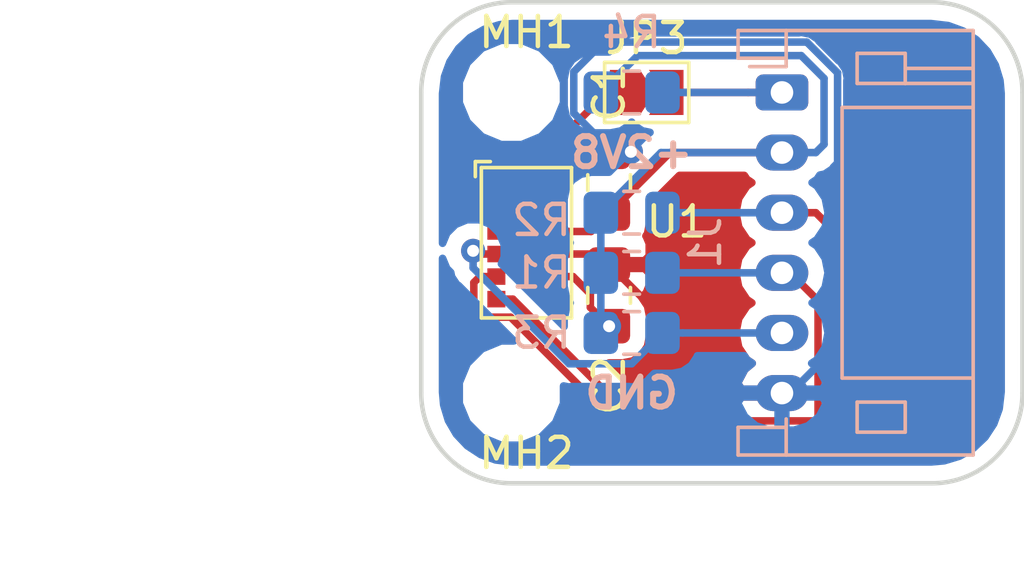
<source format=kicad_pcb>
(kicad_pcb (version 20171130) (host pcbnew 5.0.1)

  (general
    (thickness 1.6)
    (drawings 13)
    (tracks 82)
    (zones 0)
    (modules 11)
    (nets 8)
  )

  (page A4)
  (layers
    (0 F.Cu signal)
    (31 B.Cu signal)
    (32 B.Adhes user)
    (33 F.Adhes user)
    (34 B.Paste user)
    (35 F.Paste user)
    (36 B.SilkS user hide)
    (37 F.SilkS user hide)
    (38 B.Mask user)
    (39 F.Mask user)
    (40 Dwgs.User user)
    (41 Cmts.User user)
    (42 Eco1.User user)
    (43 Eco2.User user)
    (44 Edge.Cuts user)
    (45 Margin user)
    (46 B.CrtYd user)
    (47 F.CrtYd user)
    (48 B.Fab user hide)
    (49 F.Fab user hide)
  )

  (setup
    (last_trace_width 0.25)
    (trace_clearance 0.2)
    (zone_clearance 0.508)
    (zone_45_only no)
    (trace_min 0.2)
    (segment_width 0.2)
    (edge_width 0.15)
    (via_size 0.8)
    (via_drill 0.4)
    (via_min_size 0.4)
    (via_min_drill 0.3)
    (uvia_size 0.3)
    (uvia_drill 0.1)
    (uvias_allowed no)
    (uvia_min_size 0.2)
    (uvia_min_drill 0.1)
    (pcb_text_width 0.3)
    (pcb_text_size 1.5 1.5)
    (mod_edge_width 0.15)
    (mod_text_size 1 1)
    (mod_text_width 0.15)
    (pad_size 1.524 1.524)
    (pad_drill 0.762)
    (pad_to_mask_clearance 0.051)
    (solder_mask_min_width 0.25)
    (aux_axis_origin 0 0)
    (visible_elements FFFFFF7F)
    (pcbplotparams
      (layerselection 0x010fc_ffffffff)
      (usegerberextensions false)
      (usegerberattributes false)
      (usegerberadvancedattributes false)
      (creategerberjobfile false)
      (excludeedgelayer true)
      (linewidth 1.000000)
      (plotframeref false)
      (viasonmask false)
      (mode 1)
      (useauxorigin false)
      (hpglpennumber 1)
      (hpglpenspeed 20)
      (hpglpendiameter 15.000000)
      (psnegative false)
      (psa4output false)
      (plotreference true)
      (plotvalue true)
      (plotinvisibletext false)
      (padsonsilk false)
      (subtractmaskfromsilk false)
      (outputformat 1)
      (mirror false)
      (drillshape 1)
      (scaleselection 1)
      (outputdirectory ""))
  )

  (net 0 "")
  (net 1 +2V8)
  (net 2 GND)
  (net 3 /~XSHUT)
  (net 4 /I2C_SDA)
  (net 5 /I2C_SCL)
  (net 6 /GPIO)
  (net 7 "Net-(JP3-Pad1)")

  (net_class Default "This is the default net class."
    (clearance 0.2)
    (trace_width 0.25)
    (via_dia 0.8)
    (via_drill 0.4)
    (uvia_dia 0.3)
    (uvia_drill 0.1)
    (add_net +2V8)
    (add_net /GPIO)
    (add_net /I2C_SCL)
    (add_net /I2C_SDA)
    (add_net /~XSHUT)
    (add_net GND)
    (add_net "Net-(JP3-Pad1)")
  )

  (module PhoenixRobotik:ST_LGA-12_2.8x4.8x1.0mm_P0.75mm (layer F.Cu) (tedit 5BD5E4D4) (tstamp 5BE278E3)
    (at 103.5 88)
    (descr https://www.st.com/resource/en/datasheet/vl6180x.pdf)
    (tags "lga ambient light sensor ALS proximity vl6180x")
    (path /5BD5E1D7)
    (attr smd)
    (fp_text reference U1 (at 5 -0.7) (layer F.SilkS)
      (effects (font (size 1 1) (thickness 0.15)))
    )
    (fp_text value VL6180X (at 0 -2.9) (layer F.Fab)
      (effects (font (size 0.5 0.5) (thickness 0.07)))
    )
    (fp_line (start 1.4 -2.4) (end 1.4 2.4) (layer F.Fab) (width 0.1))
    (fp_line (start 1.4 2.4) (end -1.4 2.4) (layer F.Fab) (width 0.1))
    (fp_line (start -0.7 -2.4) (end -1.4 -1.7) (layer F.Fab) (width 0.1))
    (fp_line (start -1.4 -1.7) (end -1.4 2.4) (layer F.Fab) (width 0.1))
    (fp_line (start 1.4 -2.4) (end -0.7 -2.4) (layer F.Fab) (width 0.1))
    (fp_text user %R (at 0 0) (layer F.Fab)
      (effects (font (size 0.5 0.5) (thickness 0.075)))
    )
    (fp_line (start -1.5 2.5) (end 1.5 2.5) (layer F.SilkS) (width 0.12))
    (fp_line (start 1.5 2.5) (end 1.5 -2.5) (layer F.SilkS) (width 0.12))
    (fp_line (start 1.5 -2.5) (end -1.5 -2.5) (layer F.SilkS) (width 0.12))
    (fp_line (start -1.5 -2.5) (end -1.5 2.5) (layer F.SilkS) (width 0.12))
    (fp_line (start -1.7 -2.7) (end -1.2 -2.7) (layer F.SilkS) (width 0.12))
    (fp_line (start -1.7 -2.7) (end -1.7 -2.2) (layer F.SilkS) (width 0.12))
    (fp_line (start 0 2.7) (end 1.7 2.7) (layer F.CrtYd) (width 0.05))
    (fp_line (start 1.7 2.7) (end 1.7 -2.7) (layer F.CrtYd) (width 0.05))
    (fp_line (start 1.7 -2.7) (end -1.7 -2.7) (layer F.CrtYd) (width 0.05))
    (fp_line (start -1.7 -2.7) (end -1.7 2.7) (layer F.CrtYd) (width 0.05))
    (fp_line (start -1.7 2.7) (end 0 2.7) (layer F.CrtYd) (width 0.05))
    (pad 1 smd rect (at -1 -1.875 180) (size 0.6 0.55) (layers F.Cu F.Paste F.Mask)
      (net 7 "Net-(JP3-Pad1)"))
    (pad 2 smd rect (at -1 -1.125 180) (size 0.6 0.55) (layers F.Cu F.Paste F.Mask))
    (pad 3 smd rect (at -1 -0.375 180) (size 0.6 0.55) (layers F.Cu F.Paste F.Mask))
    (pad 4 smd rect (at -1 0.375 180) (size 0.6 0.55) (layers F.Cu F.Paste F.Mask)
      (net 3 /~XSHUT))
    (pad 5 smd rect (at -1 1.125 180) (size 0.6 0.55) (layers F.Cu F.Paste F.Mask)
      (net 5 /I2C_SCL))
    (pad 6 smd rect (at -1 1.875 180) (size 0.6 0.55) (layers F.Cu F.Paste F.Mask)
      (net 4 /I2C_SDA))
    (pad 12 smd rect (at 1 -1.875 180) (size 0.6 0.55) (layers F.Cu F.Paste F.Mask)
      (net 2 GND))
    (pad 11 smd rect (at 1 -1.125 180) (size 0.6 0.55) (layers F.Cu F.Paste F.Mask))
    (pad 10 smd rect (at 1 -0.375 180) (size 0.6 0.55) (layers F.Cu F.Paste F.Mask)
      (net 1 +2V8))
    (pad 9 smd rect (at 1 0.375 180) (size 0.6 0.55) (layers F.Cu F.Paste F.Mask)
      (net 2 GND))
    (pad 8 smd rect (at 1 1.125 180) (size 0.6 0.55) (layers F.Cu F.Paste F.Mask)
      (net 1 +2V8))
    (pad 7 smd rect (at 1 1.875 180) (size 0.6 0.55) (layers F.Cu F.Paste F.Mask))
    (model ${KISYS3DMOD}/PhoenixRobotik.3dshapes/ST_LGA-12_2.8x4.8x1.0mm_P0.75mm.wrl
      (at (xyz 0 0 0))
      (scale (xyz 1 1 1))
      (rotate (xyz 0 0 0))
    )
  )

  (module Capacitor_SMD:C_0805_2012Metric_Pad1.15x1.40mm_HandSolder (layer F.Cu) (tedit 5BC3A00F) (tstamp 5BCFE0B4)
    (at 106.25 86 90)
    (descr "Capacitor SMD 0805 (2012 Metric), square (rectangular) end terminal, IPC_7351 nominal with elongated pad for handsoldering. (Body size source: https://docs.google.com/spreadsheets/d/1BsfQQcO9C6DZCsRaXUlFlo91Tg2WpOkGARC1WS5S8t0/edit?usp=sharing), generated with kicad-footprint-generator")
    (tags "capacitor handsolder")
    (path /5BC3A4F5)
    (attr smd)
    (fp_text reference C1 (at 3 0 90) (layer F.SilkS)
      (effects (font (size 1 1) (thickness 0.15)))
    )
    (fp_text value 100nF (at 0 1.65 90) (layer F.Fab)
      (effects (font (size 1 1) (thickness 0.15)))
    )
    (fp_line (start -1 0.6) (end -1 -0.6) (layer F.Fab) (width 0.1))
    (fp_line (start -1 -0.6) (end 1 -0.6) (layer F.Fab) (width 0.1))
    (fp_line (start 1 -0.6) (end 1 0.6) (layer F.Fab) (width 0.1))
    (fp_line (start 1 0.6) (end -1 0.6) (layer F.Fab) (width 0.1))
    (fp_line (start -0.261252 -0.71) (end 0.261252 -0.71) (layer F.SilkS) (width 0.12))
    (fp_line (start -0.261252 0.71) (end 0.261252 0.71) (layer F.SilkS) (width 0.12))
    (fp_line (start -1.85 0.95) (end -1.85 -0.95) (layer F.CrtYd) (width 0.05))
    (fp_line (start -1.85 -0.95) (end 1.85 -0.95) (layer F.CrtYd) (width 0.05))
    (fp_line (start 1.85 -0.95) (end 1.85 0.95) (layer F.CrtYd) (width 0.05))
    (fp_line (start 1.85 0.95) (end -1.85 0.95) (layer F.CrtYd) (width 0.05))
    (fp_text user %R (at 0 0 90) (layer F.Fab)
      (effects (font (size 0.5 0.5) (thickness 0.08)))
    )
    (pad 1 smd roundrect (at -1.025 0 90) (size 1.15 1.4) (layers F.Cu F.Paste F.Mask) (roundrect_rratio 0.217391)
      (net 1 +2V8))
    (pad 2 smd roundrect (at 1.025 0 90) (size 1.15 1.4) (layers F.Cu F.Paste F.Mask) (roundrect_rratio 0.217391)
      (net 2 GND))
    (model ${KISYS3DMOD}/Capacitor_SMD.3dshapes/C_0805_2012Metric.wrl
      (at (xyz 0 0 0))
      (scale (xyz 1 1 1))
      (rotate (xyz 0 0 0))
    )
  )

  (module Capacitor_SMD:C_0805_2012Metric_Pad1.15x1.40mm_HandSolder (layer F.Cu) (tedit 5BC3A00D) (tstamp 5BCFE0C5)
    (at 106.25 89.75 270)
    (descr "Capacitor SMD 0805 (2012 Metric), square (rectangular) end terminal, IPC_7351 nominal with elongated pad for handsoldering. (Body size source: https://docs.google.com/spreadsheets/d/1BsfQQcO9C6DZCsRaXUlFlo91Tg2WpOkGARC1WS5S8t0/edit?usp=sharing), generated with kicad-footprint-generator")
    (tags "capacitor handsolder")
    (path /5BC3A64F)
    (attr smd)
    (fp_text reference C2 (at 3 0 270) (layer F.SilkS)
      (effects (font (size 1 1) (thickness 0.15)))
    )
    (fp_text value 4.7µF (at 0 1.65 270) (layer F.Fab)
      (effects (font (size 1 1) (thickness 0.15)))
    )
    (fp_text user %R (at 0 0 270) (layer F.Fab)
      (effects (font (size 0.5 0.5) (thickness 0.08)))
    )
    (fp_line (start 1.85 0.95) (end -1.85 0.95) (layer F.CrtYd) (width 0.05))
    (fp_line (start 1.85 -0.95) (end 1.85 0.95) (layer F.CrtYd) (width 0.05))
    (fp_line (start -1.85 -0.95) (end 1.85 -0.95) (layer F.CrtYd) (width 0.05))
    (fp_line (start -1.85 0.95) (end -1.85 -0.95) (layer F.CrtYd) (width 0.05))
    (fp_line (start -0.261252 0.71) (end 0.261252 0.71) (layer F.SilkS) (width 0.12))
    (fp_line (start -0.261252 -0.71) (end 0.261252 -0.71) (layer F.SilkS) (width 0.12))
    (fp_line (start 1 0.6) (end -1 0.6) (layer F.Fab) (width 0.1))
    (fp_line (start 1 -0.6) (end 1 0.6) (layer F.Fab) (width 0.1))
    (fp_line (start -1 -0.6) (end 1 -0.6) (layer F.Fab) (width 0.1))
    (fp_line (start -1 0.6) (end -1 -0.6) (layer F.Fab) (width 0.1))
    (pad 2 smd roundrect (at 1.025 0 270) (size 1.15 1.4) (layers F.Cu F.Paste F.Mask) (roundrect_rratio 0.217391)
      (net 1 +2V8))
    (pad 1 smd roundrect (at -1.025 0 270) (size 1.15 1.4) (layers F.Cu F.Paste F.Mask) (roundrect_rratio 0.217391)
      (net 2 GND))
    (model ${KISYS3DMOD}/Capacitor_SMD.3dshapes/C_0805_2012Metric.wrl
      (at (xyz 0 0 0))
      (scale (xyz 1 1 1))
      (rotate (xyz 0 0 0))
    )
  )

  (module Jumper:SolderJumper-2_P1.3mm_Open_TrianglePad1.0x1.5mm (layer F.Cu) (tedit 5A64794F) (tstamp 5BCFE12D)
    (at 107.5 83)
    (descr "SMD Solder Jumper, 1x1.5mm Triangular Pads, 0.3mm gap, open")
    (tags "solder jumper open")
    (path /5BC3C9A8)
    (attr virtual)
    (fp_text reference JP3 (at 0 -1.8) (layer F.SilkS)
      (effects (font (size 1 1) (thickness 0.15)))
    )
    (fp_text value SolderJumper_2_Open (at 0 1.9) (layer F.Fab)
      (effects (font (size 1 1) (thickness 0.15)))
    )
    (fp_line (start -1.4 1) (end -1.4 -1) (layer F.SilkS) (width 0.12))
    (fp_line (start 1.4 1) (end -1.4 1) (layer F.SilkS) (width 0.12))
    (fp_line (start 1.4 -1) (end 1.4 1) (layer F.SilkS) (width 0.12))
    (fp_line (start -1.4 -1) (end 1.4 -1) (layer F.SilkS) (width 0.12))
    (fp_line (start -1.65 -1.25) (end 1.65 -1.25) (layer F.CrtYd) (width 0.05))
    (fp_line (start -1.65 -1.25) (end -1.65 1.25) (layer F.CrtYd) (width 0.05))
    (fp_line (start 1.65 1.25) (end 1.65 -1.25) (layer F.CrtYd) (width 0.05))
    (fp_line (start 1.65 1.25) (end -1.65 1.25) (layer F.CrtYd) (width 0.05))
    (pad 2 smd custom (at 0.725 0) (size 0.3 0.3) (layers F.Cu F.Mask)
      (net 6 /GPIO) (zone_connect 0)
      (options (clearance outline) (anchor rect))
      (primitives
        (gr_poly (pts
           (xy -0.65 -0.75) (xy 0.5 -0.75) (xy 0.5 0.75) (xy -0.65 0.75) (xy -0.15 0)
) (width 0))
      ))
    (pad 1 smd custom (at -0.725 0) (size 0.3 0.3) (layers F.Cu F.Mask)
      (net 7 "Net-(JP3-Pad1)") (zone_connect 0)
      (options (clearance outline) (anchor rect))
      (primitives
        (gr_poly (pts
           (xy -0.5 -0.75) (xy 0.5 -0.75) (xy 1 0) (xy 0.5 0.75) (xy -0.5 0.75)
) (width 0))
      ))
  )

  (module Resistor_SMD:R_0805_2012Metric_Pad1.15x1.40mm_HandSolder (layer B.Cu) (tedit 5BC399E7) (tstamp 5BCFE13E)
    (at 107 89 180)
    (descr "Resistor SMD 0805 (2012 Metric), square (rectangular) end terminal, IPC_7351 nominal with elongated pad for handsoldering. (Body size source: https://docs.google.com/spreadsheets/d/1BsfQQcO9C6DZCsRaXUlFlo91Tg2WpOkGARC1WS5S8t0/edit?usp=sharing), generated with kicad-footprint-generator")
    (tags "resistor handsolder")
    (path /5BC37CEE)
    (attr smd)
    (fp_text reference R1 (at 3 0 180) (layer B.SilkS)
      (effects (font (size 1 1) (thickness 0.15)) (justify mirror))
    )
    (fp_text value R (at 0 -1.65 180) (layer B.Fab)
      (effects (font (size 1 1) (thickness 0.15)) (justify mirror))
    )
    (fp_line (start -1 -0.6) (end -1 0.6) (layer B.Fab) (width 0.1))
    (fp_line (start -1 0.6) (end 1 0.6) (layer B.Fab) (width 0.1))
    (fp_line (start 1 0.6) (end 1 -0.6) (layer B.Fab) (width 0.1))
    (fp_line (start 1 -0.6) (end -1 -0.6) (layer B.Fab) (width 0.1))
    (fp_line (start -0.261252 0.71) (end 0.261252 0.71) (layer B.SilkS) (width 0.12))
    (fp_line (start -0.261252 -0.71) (end 0.261252 -0.71) (layer B.SilkS) (width 0.12))
    (fp_line (start -1.85 -0.95) (end -1.85 0.95) (layer B.CrtYd) (width 0.05))
    (fp_line (start -1.85 0.95) (end 1.85 0.95) (layer B.CrtYd) (width 0.05))
    (fp_line (start 1.85 0.95) (end 1.85 -0.95) (layer B.CrtYd) (width 0.05))
    (fp_line (start 1.85 -0.95) (end -1.85 -0.95) (layer B.CrtYd) (width 0.05))
    (fp_text user %R (at 0 0 180) (layer B.Fab)
      (effects (font (size 0.5 0.5) (thickness 0.08)) (justify mirror))
    )
    (pad 1 smd roundrect (at -1.025 0 180) (size 1.15 1.4) (layers B.Cu B.Paste B.Mask) (roundrect_rratio 0.217391)
      (net 4 /I2C_SDA))
    (pad 2 smd roundrect (at 1.025 0 180) (size 1.15 1.4) (layers B.Cu B.Paste B.Mask) (roundrect_rratio 0.217391)
      (net 1 +2V8))
    (model ${KISYS3DMOD}/Resistor_SMD.3dshapes/R_0805_2012Metric.wrl
      (at (xyz 0 0 0))
      (scale (xyz 1 1 1))
      (rotate (xyz 0 0 0))
    )
  )

  (module Resistor_SMD:R_0805_2012Metric_Pad1.15x1.40mm_HandSolder (layer B.Cu) (tedit 5BC399DE) (tstamp 5BCFE14F)
    (at 107 87)
    (descr "Resistor SMD 0805 (2012 Metric), square (rectangular) end terminal, IPC_7351 nominal with elongated pad for handsoldering. (Body size source: https://docs.google.com/spreadsheets/d/1BsfQQcO9C6DZCsRaXUlFlo91Tg2WpOkGARC1WS5S8t0/edit?usp=sharing), generated with kicad-footprint-generator")
    (tags "resistor handsolder")
    (path /5BC37D63)
    (attr smd)
    (fp_text reference R2 (at -3 0.25) (layer B.SilkS)
      (effects (font (size 1 1) (thickness 0.15)) (justify mirror))
    )
    (fp_text value R (at 0 -1.65) (layer B.Fab)
      (effects (font (size 1 1) (thickness 0.15)) (justify mirror))
    )
    (fp_text user %R (at 0 0) (layer B.Fab)
      (effects (font (size 0.5 0.5) (thickness 0.08)) (justify mirror))
    )
    (fp_line (start 1.85 -0.95) (end -1.85 -0.95) (layer B.CrtYd) (width 0.05))
    (fp_line (start 1.85 0.95) (end 1.85 -0.95) (layer B.CrtYd) (width 0.05))
    (fp_line (start -1.85 0.95) (end 1.85 0.95) (layer B.CrtYd) (width 0.05))
    (fp_line (start -1.85 -0.95) (end -1.85 0.95) (layer B.CrtYd) (width 0.05))
    (fp_line (start -0.261252 -0.71) (end 0.261252 -0.71) (layer B.SilkS) (width 0.12))
    (fp_line (start -0.261252 0.71) (end 0.261252 0.71) (layer B.SilkS) (width 0.12))
    (fp_line (start 1 -0.6) (end -1 -0.6) (layer B.Fab) (width 0.1))
    (fp_line (start 1 0.6) (end 1 -0.6) (layer B.Fab) (width 0.1))
    (fp_line (start -1 0.6) (end 1 0.6) (layer B.Fab) (width 0.1))
    (fp_line (start -1 -0.6) (end -1 0.6) (layer B.Fab) (width 0.1))
    (pad 2 smd roundrect (at 1.025 0) (size 1.15 1.4) (layers B.Cu B.Paste B.Mask) (roundrect_rratio 0.217391)
      (net 5 /I2C_SCL))
    (pad 1 smd roundrect (at -1.025 0) (size 1.15 1.4) (layers B.Cu B.Paste B.Mask) (roundrect_rratio 0.217391)
      (net 1 +2V8))
    (model ${KISYS3DMOD}/Resistor_SMD.3dshapes/R_0805_2012Metric.wrl
      (at (xyz 0 0 0))
      (scale (xyz 1 1 1))
      (rotate (xyz 0 0 0))
    )
  )

  (module Resistor_SMD:R_0805_2012Metric_Pad1.15x1.40mm_HandSolder (layer B.Cu) (tedit 5BC399F2) (tstamp 5BCFE160)
    (at 107 91)
    (descr "Resistor SMD 0805 (2012 Metric), square (rectangular) end terminal, IPC_7351 nominal with elongated pad for handsoldering. (Body size source: https://docs.google.com/spreadsheets/d/1BsfQQcO9C6DZCsRaXUlFlo91Tg2WpOkGARC1WS5S8t0/edit?usp=sharing), generated with kicad-footprint-generator")
    (tags "resistor handsolder")
    (path /5BC37E10)
    (attr smd)
    (fp_text reference R3 (at -3 0) (layer B.SilkS)
      (effects (font (size 1 1) (thickness 0.15)) (justify mirror))
    )
    (fp_text value 47k (at 0 -1.65) (layer B.Fab)
      (effects (font (size 1 1) (thickness 0.15)) (justify mirror))
    )
    (fp_text user %R (at 0 0) (layer B.Fab)
      (effects (font (size 0.5 0.5) (thickness 0.08)) (justify mirror))
    )
    (fp_line (start 1.85 -0.95) (end -1.85 -0.95) (layer B.CrtYd) (width 0.05))
    (fp_line (start 1.85 0.95) (end 1.85 -0.95) (layer B.CrtYd) (width 0.05))
    (fp_line (start -1.85 0.95) (end 1.85 0.95) (layer B.CrtYd) (width 0.05))
    (fp_line (start -1.85 -0.95) (end -1.85 0.95) (layer B.CrtYd) (width 0.05))
    (fp_line (start -0.261252 -0.71) (end 0.261252 -0.71) (layer B.SilkS) (width 0.12))
    (fp_line (start -0.261252 0.71) (end 0.261252 0.71) (layer B.SilkS) (width 0.12))
    (fp_line (start 1 -0.6) (end -1 -0.6) (layer B.Fab) (width 0.1))
    (fp_line (start 1 0.6) (end 1 -0.6) (layer B.Fab) (width 0.1))
    (fp_line (start -1 0.6) (end 1 0.6) (layer B.Fab) (width 0.1))
    (fp_line (start -1 -0.6) (end -1 0.6) (layer B.Fab) (width 0.1))
    (pad 2 smd roundrect (at 1.025 0) (size 1.15 1.4) (layers B.Cu B.Paste B.Mask) (roundrect_rratio 0.217391)
      (net 3 /~XSHUT))
    (pad 1 smd roundrect (at -1.025 0) (size 1.15 1.4) (layers B.Cu B.Paste B.Mask) (roundrect_rratio 0.217391)
      (net 1 +2V8))
    (model ${KISYS3DMOD}/Resistor_SMD.3dshapes/R_0805_2012Metric.wrl
      (at (xyz 0 0 0))
      (scale (xyz 1 1 1))
      (rotate (xyz 0 0 0))
    )
  )

  (module Resistor_SMD:R_0805_2012Metric_Pad1.15x1.40mm_HandSolder (layer B.Cu) (tedit 5BC39EF9) (tstamp 5BCFE171)
    (at 107 83)
    (descr "Resistor SMD 0805 (2012 Metric), square (rectangular) end terminal, IPC_7351 nominal with elongated pad for handsoldering. (Body size source: https://docs.google.com/spreadsheets/d/1BsfQQcO9C6DZCsRaXUlFlo91Tg2WpOkGARC1WS5S8t0/edit?usp=sharing), generated with kicad-footprint-generator")
    (tags "resistor handsolder")
    (path /5BC37DD1)
    (attr smd)
    (fp_text reference R4 (at 0 -2) (layer B.SilkS)
      (effects (font (size 1 1) (thickness 0.15)) (justify mirror))
    )
    (fp_text value 47k (at 0 -1.65) (layer B.Fab)
      (effects (font (size 1 1) (thickness 0.15)) (justify mirror))
    )
    (fp_line (start -1 -0.6) (end -1 0.6) (layer B.Fab) (width 0.1))
    (fp_line (start -1 0.6) (end 1 0.6) (layer B.Fab) (width 0.1))
    (fp_line (start 1 0.6) (end 1 -0.6) (layer B.Fab) (width 0.1))
    (fp_line (start 1 -0.6) (end -1 -0.6) (layer B.Fab) (width 0.1))
    (fp_line (start -0.261252 0.71) (end 0.261252 0.71) (layer B.SilkS) (width 0.12))
    (fp_line (start -0.261252 -0.71) (end 0.261252 -0.71) (layer B.SilkS) (width 0.12))
    (fp_line (start -1.85 -0.95) (end -1.85 0.95) (layer B.CrtYd) (width 0.05))
    (fp_line (start -1.85 0.95) (end 1.85 0.95) (layer B.CrtYd) (width 0.05))
    (fp_line (start 1.85 0.95) (end 1.85 -0.95) (layer B.CrtYd) (width 0.05))
    (fp_line (start 1.85 -0.95) (end -1.85 -0.95) (layer B.CrtYd) (width 0.05))
    (fp_text user %R (at 0 0) (layer B.Fab)
      (effects (font (size 0.5 0.5) (thickness 0.08)) (justify mirror))
    )
    (pad 1 smd roundrect (at -1.025 0) (size 1.15 1.4) (layers B.Cu B.Paste B.Mask) (roundrect_rratio 0.217391)
      (net 1 +2V8))
    (pad 2 smd roundrect (at 1.025 0) (size 1.15 1.4) (layers B.Cu B.Paste B.Mask) (roundrect_rratio 0.217391)
      (net 6 /GPIO))
    (model ${KISYS3DMOD}/Resistor_SMD.3dshapes/R_0805_2012Metric.wrl
      (at (xyz 0 0 0))
      (scale (xyz 1 1 1))
      (rotate (xyz 0 0 0))
    )
  )

  (module MountingHole:MountingHole_2.2mm_M2 (layer F.Cu) (tedit 5BC39F58) (tstamp 5BD1D154)
    (at 103 83)
    (descr "Mounting Hole 2.2mm, no annular, M2")
    (tags "mounting hole 2.2mm no annular m2")
    (path /5BC3ACFC)
    (attr virtual)
    (fp_text reference MH1 (at 0.5 -2) (layer F.SilkS)
      (effects (font (size 1 1) (thickness 0.15)))
    )
    (fp_text value MountingHole (at 0 3.2) (layer F.Fab)
      (effects (font (size 1 1) (thickness 0.15)))
    )
    (fp_text user %R (at 0.3 0) (layer F.Fab)
      (effects (font (size 1 1) (thickness 0.15)))
    )
    (fp_circle (center 0 0) (end 2.2 0) (layer Cmts.User) (width 0.15))
    (fp_circle (center 0 0) (end 2.45 0) (layer F.CrtYd) (width 0.05))
    (pad 1 np_thru_hole circle (at 0 0) (size 2.2 2.2) (drill 2.2) (layers *.Cu *.Mask))
  )

  (module MountingHole:MountingHole_2.2mm_M2 (layer F.Cu) (tedit 5BC39F62) (tstamp 5BD1D15B)
    (at 103 93)
    (descr "Mounting Hole 2.2mm, no annular, M2")
    (tags "mounting hole 2.2mm no annular m2")
    (path /5BC3AFD2)
    (attr virtual)
    (fp_text reference MH2 (at 0.5 2) (layer F.SilkS)
      (effects (font (size 1 1) (thickness 0.15)))
    )
    (fp_text value MountingHole (at 0 3.2) (layer F.Fab)
      (effects (font (size 1 1) (thickness 0.15)))
    )
    (fp_circle (center 0 0) (end 2.45 0) (layer F.CrtYd) (width 0.05))
    (fp_circle (center 0 0) (end 2.2 0) (layer Cmts.User) (width 0.15))
    (fp_text user %R (at 0.3 0) (layer F.Fab)
      (effects (font (size 1 1) (thickness 0.15)))
    )
    (pad 1 np_thru_hole circle (at 0 0) (size 2.2 2.2) (drill 2.2) (layers *.Cu *.Mask))
  )

  (module Connector_JST:JST_PH_S6B-PH-K_1x06_P2.00mm_Horizontal (layer B.Cu) (tedit 5B7745C6) (tstamp 5BE28099)
    (at 112 83 270)
    (descr "JST PH series connector, S6B-PH-K (http://www.jst-mfg.com/product/pdf/eng/ePH.pdf), generated with kicad-footprint-generator")
    (tags "connector JST PH top entry")
    (path /5BC3B9FD)
    (fp_text reference J1 (at 5 2.55 270) (layer B.SilkS)
      (effects (font (size 1 1) (thickness 0.15)) (justify mirror))
    )
    (fp_text value Conn_01x06 (at 5 -7.45 270) (layer B.Fab)
      (effects (font (size 1 1) (thickness 0.15)) (justify mirror))
    )
    (fp_line (start -0.86 -0.14) (end -1.14 -0.14) (layer B.SilkS) (width 0.12))
    (fp_line (start -1.14 -0.14) (end -1.14 1.46) (layer B.SilkS) (width 0.12))
    (fp_line (start -1.14 1.46) (end -2.06 1.46) (layer B.SilkS) (width 0.12))
    (fp_line (start -2.06 1.46) (end -2.06 -6.36) (layer B.SilkS) (width 0.12))
    (fp_line (start -2.06 -6.36) (end 12.06 -6.36) (layer B.SilkS) (width 0.12))
    (fp_line (start 12.06 -6.36) (end 12.06 1.46) (layer B.SilkS) (width 0.12))
    (fp_line (start 12.06 1.46) (end 11.14 1.46) (layer B.SilkS) (width 0.12))
    (fp_line (start 11.14 1.46) (end 11.14 -0.14) (layer B.SilkS) (width 0.12))
    (fp_line (start 11.14 -0.14) (end 10.86 -0.14) (layer B.SilkS) (width 0.12))
    (fp_line (start 0.5 -6.36) (end 0.5 -2) (layer B.SilkS) (width 0.12))
    (fp_line (start 0.5 -2) (end 9.5 -2) (layer B.SilkS) (width 0.12))
    (fp_line (start 9.5 -2) (end 9.5 -6.36) (layer B.SilkS) (width 0.12))
    (fp_line (start -2.06 -0.14) (end -1.14 -0.14) (layer B.SilkS) (width 0.12))
    (fp_line (start 12.06 -0.14) (end 11.14 -0.14) (layer B.SilkS) (width 0.12))
    (fp_line (start -1.3 -2.5) (end -1.3 -4.1) (layer B.SilkS) (width 0.12))
    (fp_line (start -1.3 -4.1) (end -0.3 -4.1) (layer B.SilkS) (width 0.12))
    (fp_line (start -0.3 -4.1) (end -0.3 -2.5) (layer B.SilkS) (width 0.12))
    (fp_line (start -0.3 -2.5) (end -1.3 -2.5) (layer B.SilkS) (width 0.12))
    (fp_line (start 11.3 -2.5) (end 11.3 -4.1) (layer B.SilkS) (width 0.12))
    (fp_line (start 11.3 -4.1) (end 10.3 -4.1) (layer B.SilkS) (width 0.12))
    (fp_line (start 10.3 -4.1) (end 10.3 -2.5) (layer B.SilkS) (width 0.12))
    (fp_line (start 10.3 -2.5) (end 11.3 -2.5) (layer B.SilkS) (width 0.12))
    (fp_line (start -0.3 -4.1) (end -0.3 -6.36) (layer B.SilkS) (width 0.12))
    (fp_line (start -0.8 -4.1) (end -0.8 -6.36) (layer B.SilkS) (width 0.12))
    (fp_line (start -2.45 1.85) (end -2.45 -6.75) (layer B.CrtYd) (width 0.05))
    (fp_line (start -2.45 -6.75) (end 12.45 -6.75) (layer B.CrtYd) (width 0.05))
    (fp_line (start 12.45 -6.75) (end 12.45 1.85) (layer B.CrtYd) (width 0.05))
    (fp_line (start 12.45 1.85) (end -2.45 1.85) (layer B.CrtYd) (width 0.05))
    (fp_line (start -1.25 -0.25) (end -1.25 1.35) (layer B.Fab) (width 0.1))
    (fp_line (start -1.25 1.35) (end -1.95 1.35) (layer B.Fab) (width 0.1))
    (fp_line (start -1.95 1.35) (end -1.95 -6.25) (layer B.Fab) (width 0.1))
    (fp_line (start -1.95 -6.25) (end 11.95 -6.25) (layer B.Fab) (width 0.1))
    (fp_line (start 11.95 -6.25) (end 11.95 1.35) (layer B.Fab) (width 0.1))
    (fp_line (start 11.95 1.35) (end 11.25 1.35) (layer B.Fab) (width 0.1))
    (fp_line (start 11.25 1.35) (end 11.25 -0.25) (layer B.Fab) (width 0.1))
    (fp_line (start 11.25 -0.25) (end -1.25 -0.25) (layer B.Fab) (width 0.1))
    (fp_line (start -0.86 -0.14) (end -0.86 1.075) (layer B.SilkS) (width 0.12))
    (fp_line (start 0 -0.875) (end -0.5 -1.375) (layer B.Fab) (width 0.1))
    (fp_line (start -0.5 -1.375) (end 0.5 -1.375) (layer B.Fab) (width 0.1))
    (fp_line (start 0.5 -1.375) (end 0 -0.875) (layer B.Fab) (width 0.1))
    (fp_text user %R (at 5 -2.5 270) (layer B.Fab)
      (effects (font (size 1 1) (thickness 0.15)) (justify mirror))
    )
    (pad 1 thru_hole roundrect (at 0 0 270) (size 1.2 1.75) (drill 0.75) (layers *.Cu *.Mask) (roundrect_rratio 0.208333)
      (net 6 /GPIO))
    (pad 2 thru_hole oval (at 2 0 270) (size 1.2 1.75) (drill 0.75) (layers *.Cu *.Mask)
      (net 1 +2V8))
    (pad 3 thru_hole oval (at 4 0 270) (size 1.2 1.75) (drill 0.75) (layers *.Cu *.Mask)
      (net 5 /I2C_SCL))
    (pad 4 thru_hole oval (at 6 0 270) (size 1.2 1.75) (drill 0.75) (layers *.Cu *.Mask)
      (net 4 /I2C_SDA))
    (pad 5 thru_hole oval (at 8 0 270) (size 1.2 1.75) (drill 0.75) (layers *.Cu *.Mask)
      (net 3 /~XSHUT))
    (pad 6 thru_hole oval (at 10 0 270) (size 1.2 1.75) (drill 0.75) (layers *.Cu *.Mask)
      (net 2 GND))
    (model ${KISYS3DMOD}/Connector_JST.3dshapes/JST_PH_S6B-PH-K_1x06_P2.00mm_Horizontal.wrl
      (at (xyz 0 0 0))
      (scale (xyz 1 1 1))
      (rotate (xyz 0 0 0))
    )
  )

  (dimension 20 (width 0.15) (layer Dwgs.User)
    (gr_text "20,000 mm" (at 110 100.1) (layer Dwgs.User)
      (effects (font (size 1.5 1.5) (thickness 0.15)))
    )
    (feature1 (pts (xy 120 93) (xy 120 98.586421)))
    (feature2 (pts (xy 100 93) (xy 100 98.586421)))
    (crossbar (pts (xy 100 98) (xy 120 98)))
    (arrow1a (pts (xy 120 98) (xy 118.873496 98.586421)))
    (arrow1b (pts (xy 120 98) (xy 118.873496 97.413579)))
    (arrow2a (pts (xy 100 98) (xy 101.126504 98.586421)))
    (arrow2b (pts (xy 100 98) (xy 101.126504 97.413579)))
  )
  (gr_line (start 117 80) (end 103 80) (layer Edge.Cuts) (width 0.15))
  (gr_line (start 103 96) (end 117 96) (layer Edge.Cuts) (width 0.15))
  (dimension 16 (width 0.15) (layer Dwgs.User)
    (gr_text "16,000 mm" (at 91.15 88 270) (layer Dwgs.User)
      (effects (font (size 1.5 1.5) (thickness 0.15)))
    )
    (feature1 (pts (xy 103.25 96) (xy 92.663579 96)))
    (feature2 (pts (xy 103.25 80) (xy 92.663579 80)))
    (crossbar (pts (xy 93.25 80) (xy 93.25 96)))
    (arrow1a (pts (xy 93.25 96) (xy 92.663579 94.873496)))
    (arrow1b (pts (xy 93.25 96) (xy 93.836421 94.873496)))
    (arrow2a (pts (xy 93.25 80) (xy 92.663579 81.126504)))
    (arrow2b (pts (xy 93.25 80) (xy 93.836421 81.126504)))
  )
  (dimension 10 (width 0.15) (layer Dwgs.User)
    (gr_text "10,000 mm" (at 96.15 88 270) (layer Dwgs.User)
      (effects (font (size 1.5 1.5) (thickness 0.15)))
    )
    (feature1 (pts (xy 103 93) (xy 97.663579 93)))
    (feature2 (pts (xy 103 83) (xy 97.663579 83)))
    (crossbar (pts (xy 98.25 83) (xy 98.25 93)))
    (arrow1a (pts (xy 98.25 93) (xy 97.663579 91.873496)))
    (arrow1b (pts (xy 98.25 93) (xy 98.836421 91.873496)))
    (arrow2a (pts (xy 98.25 83) (xy 97.663579 84.126504)))
    (arrow2b (pts (xy 98.25 83) (xy 98.836421 84.126504)))
  )
  (gr_line (start 100 93) (end 100 83) (angle 90) (layer Edge.Cuts) (width 0.15))
  (gr_line (start 120 83) (end 120 93) (angle 90) (layer Edge.Cuts) (width 0.15))
  (gr_arc (start 117 83) (end 117 80) (angle 90) (layer Edge.Cuts) (width 0.15))
  (gr_arc (start 117 93) (end 120 93) (angle 90) (layer Edge.Cuts) (width 0.15))
  (gr_arc (start 103 93) (end 103 96) (angle 90) (layer Edge.Cuts) (width 0.15))
  (gr_arc (start 103 83) (end 100 83) (angle 90) (layer Edge.Cuts) (width 0.15))
  (gr_text +2V8 (at 107 85) (layer B.SilkS) (tstamp 5BCFE9AD)
    (effects (font (size 1 1) (thickness 0.2)) (justify mirror))
  )
  (gr_text GND (at 107 93) (layer B.SilkS)
    (effects (font (size 1 1) (thickness 0.2)) (justify mirror))
  )

  (segment (start 105.975 89) (end 105.975 87) (width 0.25) (layer B.Cu) (net 1) (status 30))
  (segment (start 105.975 89) (end 105.975 91) (width 0.25) (layer B.Cu) (net 1) (status 30))
  (segment (start 108.275 85) (end 106.25 87.025) (width 0.25) (layer F.Cu) (net 1) (status 20))
  (segment (start 105.05 89.125) (end 104.5 89.125) (width 0.25) (layer F.Cu) (net 1) (status 20))
  (segment (start 105.626628 89.701628) (end 105.05 89.125) (width 0.25) (layer F.Cu) (net 1))
  (segment (start 105.626628 90.151628) (end 105.626628 89.701628) (width 0.25) (layer F.Cu) (net 1))
  (segment (start 106.25 90.775) (end 105.626628 90.151628) (width 0.25) (layer F.Cu) (net 1) (status 10))
  (segment (start 105.65 87.625) (end 104.5 87.625) (width 0.25) (layer F.Cu) (net 1) (status 20))
  (segment (start 106.25 87.025) (end 105.65 87.625) (width 0.25) (layer F.Cu) (net 1) (status 10))
  (via (at 106.25 90.775) (size 0.8) (drill 0.4) (layers F.Cu B.Cu) (net 1) (status 30))
  (segment (start 112 85) (end 108.275 85) (width 0.25) (layer F.Cu) (net 1))
  (segment (start 113.125 85) (end 112 85) (width 0.25) (layer B.Cu) (net 1))
  (segment (start 113.40001 84.72499) (end 113.125 85) (width 0.25) (layer B.Cu) (net 1))
  (segment (start 113.40001 82.534006) (end 113.40001 84.72499) (width 0.25) (layer B.Cu) (net 1))
  (segment (start 112.640994 81.77499) (end 113.40001 82.534006) (width 0.25) (layer B.Cu) (net 1))
  (segment (start 105.975 83) (end 107.20001 81.77499) (width 0.25) (layer B.Cu) (net 1))
  (segment (start 107.20001 81.77499) (end 112.640994 81.77499) (width 0.25) (layer B.Cu) (net 1))
  (segment (start 107.975 85) (end 112 85) (width 0.25) (layer B.Cu) (net 1))
  (segment (start 105.975 87) (end 107.975 85) (width 0.25) (layer B.Cu) (net 1))
  (segment (start 105.9 88.375) (end 104.5 88.375) (width 0.25) (layer F.Cu) (net 2) (status 30))
  (segment (start 106.25 88.725) (end 105.9 88.375) (width 0.25) (layer F.Cu) (net 2) (status 30))
  (segment (start 105.65 84.975) (end 104.5 86.125) (width 0.25) (layer F.Cu) (net 2) (status 30))
  (segment (start 106.25 84.975) (end 105.65 84.975) (width 0.25) (layer F.Cu) (net 2) (status 30))
  (segment (start 106.25 88.725) (end 110.525 93) (width 0.25) (layer F.Cu) (net 2) (status 10))
  (segment (start 103.874999 86.200001) (end 103.95 86.125) (width 0.25) (layer F.Cu) (net 2))
  (segment (start 103.874999 88.299999) (end 103.874999 86.200001) (width 0.25) (layer F.Cu) (net 2))
  (segment (start 103.95 86.125) (end 104.5 86.125) (width 0.25) (layer F.Cu) (net 2) (status 20))
  (segment (start 103.95 88.375) (end 103.874999 88.299999) (width 0.25) (layer F.Cu) (net 2))
  (segment (start 104.5 88.375) (end 103.95 88.375) (width 0.25) (layer F.Cu) (net 2) (status 10))
  (via (at 106.974847 84.974847) (size 0.8) (drill 0.4) (layers F.Cu B.Cu) (net 2))
  (segment (start 106.25 84.975) (end 106.974694 84.975) (width 0.25) (layer F.Cu) (net 2) (status 10))
  (segment (start 106.974694 84.975) (end 106.974847 84.974847) (width 0.25) (layer F.Cu) (net 2))
  (segment (start 112.827395 81.324981) (end 113.85002 82.347606) (width 0.25) (layer B.Cu) (net 2))
  (segment (start 106.061829 81.324981) (end 112.827395 81.324981) (width 0.25) (layer B.Cu) (net 2))
  (segment (start 105.07499 82.31182) (end 106.061829 81.324981) (width 0.25) (layer B.Cu) (net 2))
  (segment (start 113.85002 82.347606) (end 113.85002 91.42498) (width 0.25) (layer B.Cu) (net 2))
  (segment (start 105.07499 83.68818) (end 105.07499 82.31182) (width 0.25) (layer B.Cu) (net 2))
  (segment (start 106.361657 84.974847) (end 105.07499 83.68818) (width 0.25) (layer B.Cu) (net 2))
  (segment (start 106.974847 84.974847) (end 106.361657 84.974847) (width 0.25) (layer B.Cu) (net 2))
  (segment (start 112 93) (end 110.525 93) (width 0.25) (layer F.Cu) (net 2))
  (segment (start 112.275 93) (end 112 93) (width 0.25) (layer B.Cu) (net 2))
  (segment (start 113.85002 91.42498) (end 112.275 93) (width 0.25) (layer B.Cu) (net 2))
  (segment (start 108.025 91) (end 108.7 91) (width 0.25) (layer B.Cu) (net 3) (status 10))
  (via (at 101.726387 88.268366) (size 0.8) (drill 0.4) (layers F.Cu B.Cu) (net 3))
  (segment (start 102.5 88.375) (end 101.833021 88.375) (width 0.25) (layer F.Cu) (net 3) (status 10))
  (segment (start 101.833021 88.375) (end 101.726387 88.268366) (width 0.25) (layer F.Cu) (net 3))
  (segment (start 106.99999 92.02501) (end 107.401628 91.623372) (width 0.25) (layer B.Cu) (net 3))
  (segment (start 104.917346 92.02501) (end 106.99999 92.02501) (width 0.25) (layer B.Cu) (net 3))
  (segment (start 107.401628 91.623372) (end 108.025 91) (width 0.25) (layer B.Cu) (net 3) (status 20))
  (segment (start 101.726387 88.834051) (end 104.917346 92.02501) (width 0.25) (layer B.Cu) (net 3))
  (segment (start 101.726387 88.268366) (end 101.726387 88.834051) (width 0.25) (layer B.Cu) (net 3))
  (segment (start 108.7 91) (end 112 91) (width 0.25) (layer B.Cu) (net 3))
  (segment (start 113.200001 93.860001) (end 113.200001 89.925001) (width 0.25) (layer F.Cu) (net 4))
  (segment (start 113.135001 93.925001) (end 113.200001 93.860001) (width 0.25) (layer F.Cu) (net 4))
  (segment (start 107.100001 93.925001) (end 113.135001 93.925001) (width 0.25) (layer F.Cu) (net 4))
  (segment (start 103.05 89.875) (end 107.100001 93.925001) (width 0.25) (layer F.Cu) (net 4))
  (segment (start 102.5 89.875) (end 103.05 89.875) (width 0.25) (layer F.Cu) (net 4) (status 10))
  (segment (start 112.275 89) (end 112 89) (width 0.25) (layer F.Cu) (net 4))
  (segment (start 113.200001 89.925001) (end 112.275 89) (width 0.25) (layer F.Cu) (net 4))
  (segment (start 108.025 89) (end 112 89) (width 0.25) (layer B.Cu) (net 4))
  (segment (start 110.875 87) (end 108.025 87) (width 0.25) (layer B.Cu) (net 5) (status 20))
  (segment (start 101.939999 90.475001) (end 101.75 90.285002) (width 0.25) (layer F.Cu) (net 5))
  (segment (start 102.975001 90.475001) (end 101.939999 90.475001) (width 0.25) (layer F.Cu) (net 5))
  (segment (start 113.125 87) (end 113.650011 87.525011) (width 0.25) (layer F.Cu) (net 5))
  (segment (start 113.650011 87.525011) (end 113.65001 94.046402) (width 0.25) (layer F.Cu) (net 5))
  (segment (start 113.65001 94.046402) (end 113.321401 94.375011) (width 0.25) (layer F.Cu) (net 5))
  (segment (start 113.321401 94.375011) (end 106.875011 94.375011) (width 0.25) (layer F.Cu) (net 5))
  (segment (start 106.875011 94.375011) (end 102.975001 90.475001) (width 0.25) (layer F.Cu) (net 5))
  (segment (start 101.95 89.125) (end 102.5 89.125) (width 0.25) (layer F.Cu) (net 5) (status 20))
  (segment (start 101.75 89.325) (end 101.95 89.125) (width 0.25) (layer F.Cu) (net 5))
  (segment (start 101.75 90.285002) (end 101.75 89.325) (width 0.25) (layer F.Cu) (net 5))
  (segment (start 110.875 87) (end 112 87) (width 0.25) (layer B.Cu) (net 5))
  (segment (start 113.125 87) (end 112 87) (width 0.25) (layer F.Cu) (net 5))
  (segment (start 110.875 83) (end 108.225 83) (width 0.25) (layer F.Cu) (net 6) (status 20))
  (segment (start 110.875 83) (end 112 83) (width 0.25) (layer F.Cu) (net 6))
  (segment (start 108.025 83) (end 112 83) (width 0.25) (layer B.Cu) (net 6))
  (segment (start 102.5 85.6) (end 103.1 85) (width 0.25) (layer F.Cu) (net 7))
  (segment (start 102.5 86.125) (end 102.5 85.6) (width 0.25) (layer F.Cu) (net 7) (status 10))
  (segment (start 103.1 85) (end 104.25 85) (width 0.25) (layer F.Cu) (net 7))
  (segment (start 106.175 83) (end 106.775 83) (width 0.25) (layer F.Cu) (net 7) (status 20))
  (segment (start 104.25 84.925) (end 106.175 83) (width 0.25) (layer F.Cu) (net 7))
  (segment (start 104.25 85) (end 104.25 84.925) (width 0.25) (layer F.Cu) (net 7))

  (zone (net 2) (net_name GND) (layer F.Cu) (tstamp 0) (hatch edge 0.508)
    (connect_pads (clearance 0.508))
    (min_thickness 0.254)
    (fill yes (arc_segments 16) (thermal_gap 0.508) (thermal_bridge_width 0.508))
    (polygon
      (pts
        (xy 100 80) (xy 120 80) (xy 120 96) (xy 100 96)
      )
    )
    (filled_polygon
      (pts
        (xy 110.834615 85.890385) (xy 110.998665 86) (xy 110.834615 86.109615) (xy 110.561656 86.518127) (xy 110.465805 87)
        (xy 110.561656 87.481873) (xy 110.834615 87.890385) (xy 110.998665 88) (xy 110.834615 88.109615) (xy 110.561656 88.518127)
        (xy 110.465805 89) (xy 110.561656 89.481873) (xy 110.834615 89.890385) (xy 110.998665 90) (xy 110.834615 90.109615)
        (xy 110.561656 90.518127) (xy 110.465805 91) (xy 110.561656 91.481873) (xy 110.834615 91.890385) (xy 111.012385 92.009167)
        (xy 110.76192 92.216526) (xy 110.535408 92.644719) (xy 110.531538 92.682391) (xy 110.656269 92.873) (xy 111.873 92.873)
        (xy 111.873 92.853) (xy 112.127 92.853) (xy 112.127 92.873) (xy 112.147 92.873) (xy 112.147 93.127)
        (xy 112.127 93.127) (xy 112.127 93.147) (xy 111.873 93.147) (xy 111.873 93.127) (xy 110.656269 93.127)
        (xy 110.631402 93.165001) (xy 107.414804 93.165001) (xy 106.247242 91.99744) (xy 106.700001 91.99744) (xy 107.043436 91.929127)
        (xy 107.334586 91.734586) (xy 107.529127 91.443436) (xy 107.59744 91.100001) (xy 107.59744 90.449999) (xy 107.529127 90.106564)
        (xy 107.334586 89.815414) (xy 107.333403 89.814623) (xy 107.488327 89.659698) (xy 107.585 89.426309) (xy 107.585 89.01075)
        (xy 107.42625 88.852) (xy 106.377 88.852) (xy 106.377 88.872) (xy 106.123 88.872) (xy 106.123 88.852)
        (xy 106.103 88.852) (xy 106.103 88.598) (xy 106.123 88.598) (xy 106.123 88.578) (xy 106.377 88.578)
        (xy 106.377 88.598) (xy 107.42625 88.598) (xy 107.585 88.43925) (xy 107.585 88.023691) (xy 107.488327 87.790302)
        (xy 107.473986 87.775961) (xy 107.529127 87.693436) (xy 107.59744 87.350001) (xy 107.59744 86.752362) (xy 108.589803 85.76)
        (xy 110.747495 85.76)
      )
    )
    (filled_polygon
      (pts
        (xy 103.565 85.83925) (xy 103.72375 85.998) (xy 103.971555 85.998) (xy 103.952235 86.001843) (xy 103.742191 86.142191)
        (xy 103.601843 86.352235) (xy 103.596462 86.379288) (xy 103.565 86.41075) (xy 103.565 86.52631) (xy 103.566498 86.529927)
        (xy 103.55256 86.6) (xy 103.55256 87.15) (xy 103.572451 87.25) (xy 103.55256 87.35) (xy 103.55256 87.9)
        (xy 103.566498 87.970073) (xy 103.565 87.97369) (xy 103.565 88.08925) (xy 103.596462 88.120712) (xy 103.601843 88.147765)
        (xy 103.742191 88.357809) (xy 103.767919 88.375) (xy 103.742191 88.392191) (xy 103.601843 88.602235) (xy 103.596462 88.629288)
        (xy 103.565 88.66075) (xy 103.565 88.77631) (xy 103.566498 88.779927) (xy 103.55256 88.85) (xy 103.55256 89.296756)
        (xy 103.44744 89.226517) (xy 103.44744 88.85) (xy 103.427549 88.75) (xy 103.44744 88.65) (xy 103.44744 88.1)
        (xy 103.427549 88) (xy 103.44744 87.9) (xy 103.44744 87.35) (xy 103.427549 87.25) (xy 103.44744 87.15)
        (xy 103.44744 86.6) (xy 103.427549 86.5) (xy 103.44744 86.4) (xy 103.44744 85.85) (xy 103.429538 85.76)
        (xy 103.565 85.76)
      )
    )
    (filled_polygon
      (pts
        (xy 106.377 84.848) (xy 106.397 84.848) (xy 106.397 85.102) (xy 106.377 85.102) (xy 106.377 85.122)
        (xy 106.123 85.122) (xy 106.123 85.102) (xy 106.103 85.102) (xy 106.103 84.848) (xy 106.123 84.848)
        (xy 106.123 84.828) (xy 106.377 84.828)
      )
    )
  )
  (zone (net 2) (net_name GND) (layer B.Cu) (tstamp 0) (hatch edge 0.508)
    (connect_pads (clearance 0.508))
    (min_thickness 0.254)
    (fill yes (arc_segments 16) (thermal_gap 0.508) (thermal_bridge_width 0.508))
    (polygon
      (pts
        (xy 100 80) (xy 120 80) (xy 120 96) (xy 100 96)
      )
    )
    (filled_polygon
      (pts
        (xy 117.525708 80.7761) (xy 118.023212 80.956685) (xy 118.465835 81.246881) (xy 118.829823 81.631116) (xy 119.095658 82.088784)
        (xy 119.251892 82.604629) (xy 119.29 83.031618) (xy 119.290001 92.958744) (xy 119.2239 93.525708) (xy 119.043315 94.023212)
        (xy 118.753118 94.465834) (xy 118.368884 94.829823) (xy 117.911216 95.095658) (xy 117.395371 95.251892) (xy 116.968382 95.29)
        (xy 103.041248 95.29) (xy 102.474292 95.2239) (xy 101.976788 95.043315) (xy 101.534166 94.753118) (xy 101.170177 94.368884)
        (xy 100.904342 93.911216) (xy 100.748108 93.395371) (xy 100.71 92.968382) (xy 100.71 88.519176) (xy 100.848956 88.854646)
        (xy 100.982073 88.987763) (xy 101.010483 89.130588) (xy 101.178459 89.38198) (xy 101.241915 89.42438) (xy 103.082534 91.265)
        (xy 102.654887 91.265) (xy 102.017201 91.529138) (xy 101.529138 92.017201) (xy 101.265 92.654887) (xy 101.265 93.345113)
        (xy 101.529138 93.982799) (xy 102.017201 94.470862) (xy 102.654887 94.735) (xy 103.345113 94.735) (xy 103.982799 94.470862)
        (xy 104.470862 93.982799) (xy 104.735 93.345113) (xy 104.735 93.317609) (xy 110.531538 93.317609) (xy 110.535408 93.355281)
        (xy 110.76192 93.783474) (xy 111.135053 94.09239) (xy 111.598 94.235) (xy 111.873 94.235) (xy 111.873 93.127)
        (xy 112.127 93.127) (xy 112.127 94.235) (xy 112.402 94.235) (xy 112.864947 94.09239) (xy 113.23808 93.783474)
        (xy 113.464592 93.355281) (xy 113.468462 93.317609) (xy 113.343731 93.127) (xy 112.127 93.127) (xy 111.873 93.127)
        (xy 110.656269 93.127) (xy 110.531538 93.317609) (xy 104.735 93.317609) (xy 104.735 92.763628) (xy 104.842494 92.78501)
        (xy 104.842498 92.78501) (xy 104.917345 92.799898) (xy 104.992192 92.78501) (xy 106.925143 92.78501) (xy 106.99999 92.799898)
        (xy 107.074837 92.78501) (xy 107.074842 92.78501) (xy 107.296527 92.740914) (xy 107.547919 92.572939) (xy 107.590321 92.50948)
        (xy 107.752361 92.34744) (xy 108.350001 92.34744) (xy 108.693436 92.279127) (xy 108.984586 92.084586) (xy 109.179127 91.793436)
        (xy 109.185778 91.76) (xy 110.747495 91.76) (xy 110.834615 91.890385) (xy 111.012385 92.009167) (xy 110.76192 92.216526)
        (xy 110.535408 92.644719) (xy 110.531538 92.682391) (xy 110.656269 92.873) (xy 111.873 92.873) (xy 111.873 92.853)
        (xy 112.127 92.853) (xy 112.127 92.873) (xy 113.343731 92.873) (xy 113.468462 92.682391) (xy 113.464592 92.644719)
        (xy 113.23808 92.216526) (xy 112.987615 92.009167) (xy 113.165385 91.890385) (xy 113.438344 91.481873) (xy 113.534195 91)
        (xy 113.438344 90.518127) (xy 113.165385 90.109615) (xy 113.001335 90) (xy 113.165385 89.890385) (xy 113.438344 89.481873)
        (xy 113.534195 89) (xy 113.438344 88.518127) (xy 113.165385 88.109615) (xy 113.001335 88) (xy 113.165385 87.890385)
        (xy 113.438344 87.481873) (xy 113.534195 87) (xy 113.438344 86.518127) (xy 113.165385 86.109615) (xy 113.001335 86)
        (xy 113.165385 85.890385) (xy 113.260576 85.747921) (xy 113.421537 85.715904) (xy 113.672929 85.547929) (xy 113.715331 85.48447)
        (xy 113.88448 85.315321) (xy 113.947939 85.272919) (xy 114.115914 85.021527) (xy 114.16001 84.799842) (xy 114.16001 84.799837)
        (xy 114.174898 84.72499) (xy 114.16001 84.650143) (xy 114.16001 82.608854) (xy 114.174898 82.534006) (xy 114.16001 82.459158)
        (xy 114.16001 82.459154) (xy 114.11734 82.244636) (xy 114.115914 82.237468) (xy 113.990339 82.049533) (xy 113.947939 81.986077)
        (xy 113.884483 81.943677) (xy 113.231325 81.29052) (xy 113.188923 81.227061) (xy 112.937531 81.059086) (xy 112.715846 81.01499)
        (xy 112.715841 81.01499) (xy 112.640994 81.000102) (xy 112.566147 81.01499) (xy 107.274858 81.01499) (xy 107.20001 81.000102)
        (xy 107.125162 81.01499) (xy 107.125158 81.01499) (xy 106.985469 81.042776) (xy 106.903472 81.059086) (xy 106.753994 81.158965)
        (xy 106.652081 81.227061) (xy 106.609681 81.290517) (xy 106.247638 81.65256) (xy 105.649999 81.65256) (xy 105.306564 81.720873)
        (xy 105.015414 81.915414) (xy 104.820873 82.206564) (xy 104.75256 82.549999) (xy 104.75256 83.450001) (xy 104.820873 83.793436)
        (xy 105.015414 84.084586) (xy 105.306564 84.279127) (xy 105.649999 84.34744) (xy 106.300001 84.34744) (xy 106.643436 84.279127)
        (xy 106.934586 84.084586) (xy 107 83.986687) (xy 107.065414 84.084586) (xy 107.356564 84.279127) (xy 107.61035 84.329608)
        (xy 107.427071 84.452071) (xy 107.384671 84.515527) (xy 106.247639 85.65256) (xy 105.649999 85.65256) (xy 105.306564 85.720873)
        (xy 105.015414 85.915414) (xy 104.820873 86.206564) (xy 104.75256 86.549999) (xy 104.75256 87.450001) (xy 104.820873 87.793436)
        (xy 104.958895 88) (xy 104.820873 88.206564) (xy 104.75256 88.549999) (xy 104.75256 89.450001) (xy 104.820873 89.793436)
        (xy 104.958895 90) (xy 104.820873 90.206564) (xy 104.75256 90.549999) (xy 104.75256 90.785421) (xy 102.667658 88.700521)
        (xy 102.761387 88.47424) (xy 102.761387 88.062492) (xy 102.603818 87.682086) (xy 102.312667 87.390935) (xy 101.932261 87.233366)
        (xy 101.520513 87.233366) (xy 101.140107 87.390935) (xy 100.848956 87.682086) (xy 100.71 88.017556) (xy 100.71 83.041247)
        (xy 100.755044 82.654887) (xy 101.265 82.654887) (xy 101.265 83.345113) (xy 101.529138 83.982799) (xy 102.017201 84.470862)
        (xy 102.654887 84.735) (xy 103.345113 84.735) (xy 103.982799 84.470862) (xy 104.470862 83.982799) (xy 104.735 83.345113)
        (xy 104.735 82.654887) (xy 104.470862 82.017201) (xy 103.982799 81.529138) (xy 103.345113 81.265) (xy 102.654887 81.265)
        (xy 102.017201 81.529138) (xy 101.529138 82.017201) (xy 101.265 82.654887) (xy 100.755044 82.654887) (xy 100.7761 82.474292)
        (xy 100.956685 81.976788) (xy 101.246881 81.534165) (xy 101.631116 81.170177) (xy 102.088784 80.904342) (xy 102.604629 80.748108)
        (xy 103.031618 80.71) (xy 116.958753 80.71)
      )
    )
  )
)

</source>
